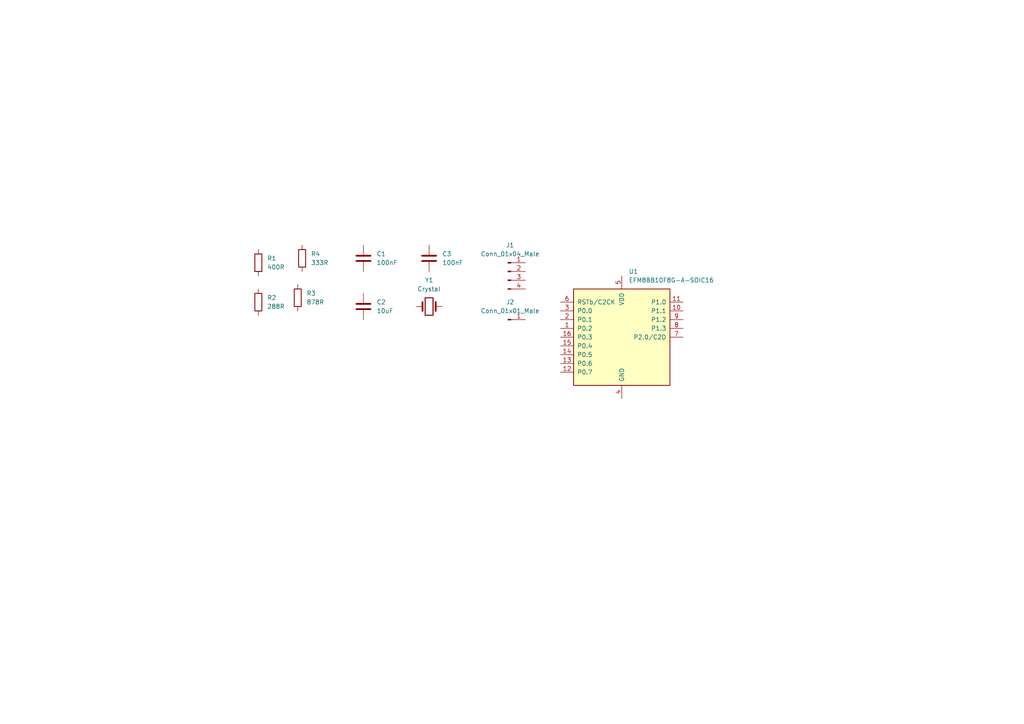
<source format=kicad_sch>
(kicad_sch (version 20211123) (generator eeschema)
  (paper "A4")
  (lib_symbols
    (symbol "Connector:Conn_01x01_Male" (pin_names (offset 1.016) hide)
      (property "Reference" "J" (at 0 2.54 0))
      (property "Value" "Conn_01x01_Male" (at 0 -2.54 0))
      (symbol "Conn_01x01_Male_1_1"
        (polyline (pts (xy 1.27 0) (xy 0.8636 0)) (stroke (width 0.1524)))
        (rectangle (start 0.8636 0.127) (end 0 -0.127) (stroke (width 0.1524)) (fill (type outline)))
        (pin passive line (at 5.08 0 180) (length 3.81) (name "Pin_1") (number "1"))
      )
    )
    (symbol "Connector:Conn_01x04_Male" (pin_names (offset 1.016) hide)
      (property "Reference" "J" (at 0 5.08 0))
      (property "Value" "Conn_01x04_Male" (at 0 -7.62 0))
      (symbol "Conn_01x04_Male_1_1"
        (polyline (pts (xy 1.27 -5.08) (xy 0.8636 -5.08)) (stroke (width 0.1524)))
        (polyline (pts (xy 1.27 -2.54) (xy 0.8636 -2.54)) (stroke (width 0.1524)))
        (polyline (pts (xy 1.27 0) (xy 0.8636 0)) (stroke (width 0.1524)))
        (polyline (pts (xy 1.27 2.54) (xy 0.8636 2.54)) (stroke (width 0.1524)))
        (rectangle (start 0.8636 -4.953) (end 0 -5.207) (stroke (width 0.1524)) (fill (type outline)))
        (rectangle (start 0.8636 -2.413) (end 0 -2.667) (stroke (width 0.1524)) (fill (type outline)))
        (rectangle (start 0.8636 0.127) (end 0 -0.127) (stroke (width 0.1524)) (fill (type outline)))
        (rectangle (start 0.8636 2.667) (end 0 2.413) (stroke (width 0.1524)) (fill (type outline)))
        (pin passive line (at 5.08 2.54 180) (length 3.81) (name "Pin_1") (number "1"))
        (pin passive line (at 5.08 0 180) (length 3.81) (name "Pin_2") (number "2"))
        (pin passive line (at 5.08 -2.54 180) (length 3.81) (name "Pin_3") (number "3"))
        (pin passive line (at 5.08 -5.08 180) (length 3.81) (name "Pin_4") (number "4"))
      )
    )
    (symbol "Device:C" (pin_numbers hide) (pin_names (offset 0.254))
      (property "Reference" "C" (at 0.635 2.54 0))
      (property "Value" "C" (at 0.635 -2.54 0))
      (symbol "C_0_1"
        (polyline (pts (xy -2.032 -0.762) (xy 2.032 -0.762)) (stroke (width 0.508)))
        (polyline (pts (xy -2.032 0.762) (xy 2.032 0.762)) (stroke (width 0.508)))
      )
      (symbol "C_1_1"
        (pin passive line (at 0 3.81 270) (length 2.794) (name "~") (number "1"))
        (pin passive line (at 0 -3.81 90) (length 2.794) (name "~") (number "2"))
      )
    )
    (symbol "Device:Crystal" (pin_numbers hide) (pin_names (offset 1.016) hide)
      (property "Reference" "Y" (at 0 3.81 0))
      (property "Value" "Crystal" (at 0 -3.81 0))
      (symbol "Crystal_0_1"
        (rectangle (start -1.143 2.54) (end 1.143 -2.54) (stroke (width 0.3048)))
        (polyline (pts (xy -2.54 0) (xy -1.905 0)))
        (polyline (pts (xy -1.905 -1.27) (xy -1.905 1.27)) (stroke (width 0.508)))
        (polyline (pts (xy 1.905 -1.27) (xy 1.905 1.27)) (stroke (width 0.508)))
        (polyline (pts (xy 2.54 0) (xy 1.905 0)))
      )
      (symbol "Crystal_1_1"
        (pin passive line (at -3.81 0 0) (length 1.27) (name "1") (number "1"))
        (pin passive line (at 3.81 0 180) (length 1.27) (name "2") (number "2"))
      )
    )
    (symbol "Device:R" (pin_numbers hide) (pin_names (offset 0))
      (property "Reference" "R" (at 2.032 0 90))
      (property "Value" "R" (at 0 0 90))
      (symbol "R_0_1"
        (rectangle (start -1.016 -2.54) (end 1.016 2.54) (stroke (width 0.254)))
      )
      (symbol "R_1_1"
        (pin passive line (at 0 3.81 270) (length 1.27) (name "~") (number "1"))
        (pin passive line (at 0 -3.81 90) (length 1.27) (name "~") (number "2"))
      )
    )
    (symbol "MCU_SiliconLabs:EFM8BB10F8G-A-SOIC16" (pin_names (offset 1.016))
      (property "Reference" "U" (at -13.97 15.24 0))
      (property "Value" "EFM8BB10F8G-A-SOIC16" (at 1.27 15.24 0))
      (symbol "EFM8BB10F8G-A-SOIC16_0_1"
        (rectangle (start -13.97 13.97) (end 13.97 -13.97) (stroke (width 0.254)) (fill (type background)))
        (pin bidirectional line (at -17.78 2.54 0) (length 3.81) (name "P0.2") (number "1"))
        (pin bidirectional line (at 17.78 7.62 180) (length 3.81) (name "P1.1") (number "10"))
        (pin bidirectional line (at 17.78 10.16 180) (length 3.81) (name "P1.0") (number "11"))
        (pin bidirectional line (at -17.78 -10.16 0) (length 3.81) (name "P0.7") (number "12"))
        (pin bidirectional line (at -17.78 -7.62 0) (length 3.81) (name "P0.6") (number "13"))
        (pin bidirectional line (at -17.78 -5.08 0) (length 3.81) (name "P0.5") (number "14"))
        (pin bidirectional line (at -17.78 -2.54 0) (length 3.81) (name "P0.4") (number "15"))
        (pin bidirectional line (at -17.78 0 0) (length 3.81) (name "P0.3") (number "16"))
        (pin bidirectional line (at -17.78 5.08 0) (length 3.81) (name "P0.1") (number "2"))
        (pin bidirectional line (at -17.78 7.62 0) (length 3.81) (name "P0.0") (number "3"))
        (pin power_in line (at 0 -17.78 90) (length 3.81) (name "GND") (number "4"))
        (pin power_in line (at 0 17.78 270) (length 3.81) (name "VDD") (number "5"))
        (pin input line (at -17.78 10.16 0) (length 3.81) (name "RSTb/C2CK") (number "6"))
        (pin bidirectional line (at 17.78 0 180) (length 3.81) (name "P2.0/C2D") (number "7"))
        (pin bidirectional line (at 17.78 2.54 180) (length 3.81) (name "P1.3") (number "8"))
        (pin bidirectional line (at 17.78 5.08 180) (length 3.81) (name "P1.2") (number "9"))
      )
    )
  )
  (symbol (lib_id "Connector:Conn_01x01_Male") (at 147.32 92.71 0) (unit 1)
    (property "Reference" "J2" (at 147.955 87.63 0))
    (property "Value" "Conn_01x01_Male" (at 147.955 90.17 0))
    (property "Footprint" "Connector_PinHeader_2.54mm:PinHeader_1x01_P2.54mm_Vertical" (effects hide))
  )
  (symbol (lib_id "Device:R") (at 87.63 74.93 0) (unit 1)
    (property "Reference" "R4" (at 90.17 73.6599 0) (effects (justify left)))
    (property "Value" "333R" (at 90.17 76.1999 0) (effects (justify left)))
    (property "Footprint" "Resistor_SMD:R_0805_2012Metric" (effects hide))
  )
  (symbol (lib_id "MCU_SiliconLabs:EFM8BB10F8G-A-SOIC16") (at 180.34 97.79 0) (unit 1)
    (property "Reference" "U1" (at 182.3594 78.74 0) (effects (justify left)))
    (property "Value" "EFM8BB10F8G-A-SOIC16" (at 182.3594 81.28 0) (effects (justify left)))
    (property "Footprint" "Package_SO:SOIC-16_3.9x9.9mm_P1.27mm" (effects hide))
    (property "Datasheet" "https://www.silabs.com/documents/public/data-sheets/efm8bb1-datasheet.pdf" (effects hide))
  )
  (symbol (lib_id "Device:R") (at 86.36 86.36 0) (unit 1)
    (property "Reference" "R3" (at 88.9 85.0899 0) (effects (justify left)))
    (property "Value" "878R" (at 88.9 87.6299 0) (effects (justify left)))
    (property "Footprint" "Resistor_SMD:R_0805_2012Metric" (effects hide))
  )
  (symbol (lib_id "Device:C") (at 105.41 74.93 0) (unit 1)
    (property "Reference" "C1" (at 109.22 73.6599 0) (effects (justify left)))
    (property "Value" "100nF" (at 109.22 76.1999 0) (effects (justify left)))
    (property "Footprint" "Capacitor_SMD:C_0805_2012Metric" (effects hide))
  )
  (symbol (lib_id "Device:Crystal") (at 124.46 88.9 0) (unit 1)
    (property "Reference" "Y1" (at 124.46 81.28 0))
    (property "Value" "Crystal" (at 124.46 83.82 0))
    (property "Footprint" "Crystal:Crystal_HC49-4H_Vertical" (effects hide))
  )
  (symbol (lib_id "Device:C") (at 124.46 74.93 0) (unit 1)
    (property "Reference" "C3" (at 128.27 73.6599 0) (effects (justify left)))
    (property "Value" "100nF" (at 128.27 76.1999 0) (effects (justify left)))
    (property "Footprint" "Capacitor_SMD:C_0805_2012Metric" (effects hide))
  )
  (symbol (lib_id "Device:C") (at 105.41 88.9 0) (unit 1)
    (property "Reference" "C2" (at 109.22 87.6299 0) (effects (justify left)))
    (property "Value" "10uF" (at 109.22 90.1699 0) (effects (justify left)))
    (property "Footprint" "Capacitor_SMD:C_0805_2012Metric" (effects hide))
  )
  (symbol (lib_id "Device:R") (at 74.93 76.2 0) (unit 1)
    (property "Reference" "R1" (at 77.47 74.9299 0) (effects (justify left)))
    (property "Value" "400R" (at 77.47 77.4699 0) (effects (justify left)))
    (property "Footprint" "Resistor_SMD:R_0201_0603Metric" (effects hide))
  )
  (symbol (lib_id "Connector:Conn_01x04_Male") (at 147.32 78.74 0) (unit 1)
    (property "Reference" "J1" (at 147.955 71.12 0))
    (property "Value" "Conn_01x04_Male" (at 147.955 73.66 0))
    (property "Footprint" "Connector_PinHeader_2.54mm:PinHeader_1x04_P2.54mm_Vertical" (effects hide))
  )
  (symbol (lib_id "Device:R") (at 74.93 87.63 0) (unit 1)
    (property "Reference" "R2" (at 77.47 86.3599 0) (effects (justify left)))
    (property "Value" "288R" (at 77.47 88.8999 0) (effects (justify left)))
    (property "Footprint" "Resistor_SMD:R_0805_2012Metric" (effects hide))
  )
)
</source>
